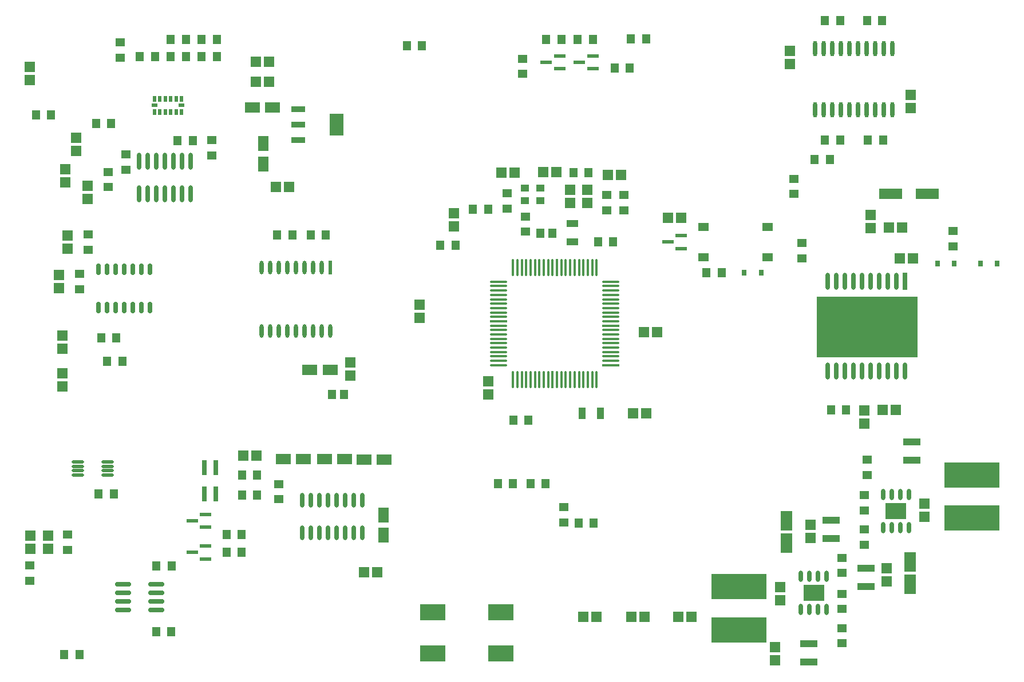
<source format=gtp>
G04 Layer_Color=8421504*
%FSLAX25Y25*%
%MOIN*%
G70*
G01*
G75*
%ADD10R,0.59055X0.35433*%
%ADD11O,0.02500X0.10000*%
%ADD12R,0.02500X0.10000*%
%ADD13O,0.01600X0.10000*%
%ADD14R,0.01600X0.10000*%
%ADD15O,0.10000X0.01600*%
%ADD16R,0.10000X0.01600*%
%ADD17R,0.02362X0.07874*%
%ADD18O,0.02362X0.07874*%
%ADD19O,0.09449X0.02756*%
%ADD20R,0.06299X0.05906*%
%ADD21R,0.04921X0.05709*%
%ADD22R,0.05709X0.04921*%
%ADD23R,0.08268X0.03543*%
%ADD24R,0.08268X0.12598*%
%ADD25O,0.02756X0.09843*%
%ADD26R,0.02362X0.03543*%
%ADD27R,0.03543X0.02362*%
%ADD28R,0.06693X0.02362*%
%ADD29R,0.12205X0.09488*%
%ADD30O,0.02362X0.06693*%
%ADD31O,0.02362X0.09055*%
%ADD32R,0.06102X0.05118*%
%ADD33O,0.02362X0.08661*%
%ADD34O,0.07284X0.01772*%
%ADD35R,0.32283X0.14567*%
%ADD36R,0.06693X0.11417*%
%ADD37R,0.02500X0.03300*%
%ADD38R,0.05906X0.06299*%
%ADD39R,0.10236X0.04331*%
%ADD40R,0.06299X0.08661*%
%ADD41R,0.08661X0.06299*%
%ADD42R,0.13780X0.06299*%
%ADD43R,0.04528X0.05709*%
%ADD44R,0.06693X0.04331*%
%ADD45R,0.04331X0.06693*%
%ADD46O,0.02756X0.06890*%
%ADD47R,0.05118X0.04331*%
%ADD48R,0.03150X0.08661*%
%ADD49R,0.14961X0.09449*%
D10*
X503500Y207000D02*
D03*
D11*
X525500Y181415D02*
D03*
X520500D02*
D03*
X515500D02*
D03*
X510500D02*
D03*
X505500D02*
D03*
X500500D02*
D03*
X495500D02*
D03*
X490500D02*
D03*
X485500D02*
D03*
X480500D02*
D03*
Y233500D02*
D03*
X485500D02*
D03*
X490500D02*
D03*
X495500D02*
D03*
X500500D02*
D03*
X505500D02*
D03*
X510500D02*
D03*
X515500D02*
D03*
X520500D02*
D03*
D12*
X525500D02*
D03*
D13*
X346061Y176438D02*
D03*
X343501D02*
D03*
X340941D02*
D03*
X338381D02*
D03*
X335821D02*
D03*
X333261D02*
D03*
X330701D02*
D03*
X328141D02*
D03*
X325581D02*
D03*
X323021D02*
D03*
X317901D02*
D03*
X315341D02*
D03*
X312781D02*
D03*
X310221D02*
D03*
X307661D02*
D03*
X305101D02*
D03*
X302541D02*
D03*
X299981D02*
D03*
X297421D02*
D03*
Y241678D02*
D03*
X299981D02*
D03*
X302541D02*
D03*
X305101D02*
D03*
X307661D02*
D03*
X310221D02*
D03*
X312781D02*
D03*
X315341D02*
D03*
X317901D02*
D03*
X320461D02*
D03*
X325581D02*
D03*
X328141D02*
D03*
X330701D02*
D03*
X333261D02*
D03*
X335821D02*
D03*
X338381D02*
D03*
X340941D02*
D03*
X343501D02*
D03*
X346061D02*
D03*
D14*
X320461Y176438D02*
D03*
X323021Y241678D02*
D03*
D15*
X289121Y184738D02*
D03*
Y187298D02*
D03*
Y189858D02*
D03*
Y192418D02*
D03*
Y194978D02*
D03*
Y197538D02*
D03*
Y200098D02*
D03*
Y202658D02*
D03*
Y205218D02*
D03*
Y207778D02*
D03*
Y212898D02*
D03*
Y215458D02*
D03*
Y218018D02*
D03*
Y220578D02*
D03*
Y223138D02*
D03*
Y225698D02*
D03*
Y228258D02*
D03*
Y230818D02*
D03*
Y233378D02*
D03*
X354361D02*
D03*
Y230818D02*
D03*
Y228258D02*
D03*
Y225698D02*
D03*
Y223138D02*
D03*
Y220578D02*
D03*
Y218018D02*
D03*
Y215458D02*
D03*
Y212898D02*
D03*
Y210338D02*
D03*
Y205218D02*
D03*
Y202658D02*
D03*
Y200098D02*
D03*
Y197538D02*
D03*
Y194978D02*
D03*
Y192418D02*
D03*
Y189858D02*
D03*
Y187298D02*
D03*
D16*
X289121Y210338D02*
D03*
X354361Y207778D02*
D03*
Y184738D02*
D03*
D17*
X191000Y241508D02*
D03*
D18*
X186000D02*
D03*
X181000D02*
D03*
X176000D02*
D03*
X171000D02*
D03*
X166000D02*
D03*
X161000D02*
D03*
X156000D02*
D03*
X151000D02*
D03*
X191000Y204500D02*
D03*
X186000D02*
D03*
X181000D02*
D03*
X176000D02*
D03*
X171000D02*
D03*
X166000D02*
D03*
X161000D02*
D03*
X156000D02*
D03*
X151000D02*
D03*
D19*
X70256Y57000D02*
D03*
Y52000D02*
D03*
Y47000D02*
D03*
Y42000D02*
D03*
X89744Y57000D02*
D03*
Y52000D02*
D03*
Y47000D02*
D03*
Y42000D02*
D03*
D20*
X16000Y358484D02*
D03*
Y350807D02*
D03*
X202500Y186339D02*
D03*
Y178661D02*
D03*
X453000Y55339D02*
D03*
Y47661D02*
D03*
X537000Y96260D02*
D03*
Y103937D02*
D03*
X470500Y84091D02*
D03*
Y91768D02*
D03*
X515000Y66339D02*
D03*
Y58661D02*
D03*
X502000Y150661D02*
D03*
Y158339D02*
D03*
X529000Y334661D02*
D03*
Y342339D02*
D03*
X458677Y360236D02*
D03*
Y367913D02*
D03*
X283000Y167661D02*
D03*
Y175339D02*
D03*
X263000Y265661D02*
D03*
Y273339D02*
D03*
X450000Y12661D02*
D03*
Y20339D02*
D03*
X330500Y279161D02*
D03*
Y286839D02*
D03*
X340500Y279161D02*
D03*
Y286839D02*
D03*
X16244Y85339D02*
D03*
Y77661D02*
D03*
X26744Y85339D02*
D03*
Y77661D02*
D03*
X49500Y289339D02*
D03*
Y281661D02*
D03*
X36500Y298839D02*
D03*
Y291161D02*
D03*
X43000Y309661D02*
D03*
Y317339D02*
D03*
X243000Y212161D02*
D03*
Y219839D02*
D03*
X38000Y260339D02*
D03*
Y252661D02*
D03*
X35000Y201839D02*
D03*
Y194161D02*
D03*
X33000Y237339D02*
D03*
Y229661D02*
D03*
X35000Y179839D02*
D03*
Y172161D02*
D03*
X505500Y264661D02*
D03*
Y272339D02*
D03*
D21*
X473071Y304552D02*
D03*
X481929D02*
D03*
X365429Y358000D02*
D03*
X356571D02*
D03*
X325492Y374740D02*
D03*
X316634D02*
D03*
X335134D02*
D03*
X343992D02*
D03*
X491429Y158500D02*
D03*
X482571D02*
D03*
X487929Y385500D02*
D03*
X479071D02*
D03*
X504071Y316000D02*
D03*
X512929D02*
D03*
X503571Y385500D02*
D03*
X512429D02*
D03*
X487929Y316000D02*
D03*
X479071D02*
D03*
X366071Y375000D02*
D03*
X374929D02*
D03*
X139571Y120500D02*
D03*
X148429D02*
D03*
X130571Y75500D02*
D03*
X139429D02*
D03*
X139429Y86000D02*
D03*
X130571D02*
D03*
X148429Y109000D02*
D03*
X139571D02*
D03*
X263929Y254500D02*
D03*
X255071D02*
D03*
X410071Y238500D02*
D03*
X418929D02*
D03*
X282929Y275500D02*
D03*
X274071D02*
D03*
X297429Y115500D02*
D03*
X288571D02*
D03*
X316429D02*
D03*
X307571D02*
D03*
X344429Y92500D02*
D03*
X335571D02*
D03*
X346932Y256738D02*
D03*
X355790D02*
D03*
X306429Y152500D02*
D03*
X297571D02*
D03*
X341429Y297000D02*
D03*
X332571D02*
D03*
X64929Y109500D02*
D03*
X56071D02*
D03*
X36071Y16000D02*
D03*
X44929D02*
D03*
X98429Y29250D02*
D03*
X89571D02*
D03*
X89815Y67500D02*
D03*
X98673D02*
D03*
X106929Y364646D02*
D03*
X98071D02*
D03*
X63429Y325500D02*
D03*
X54571D02*
D03*
X102071Y315500D02*
D03*
X110929D02*
D03*
X19571Y330500D02*
D03*
X28429D02*
D03*
X124929Y364646D02*
D03*
X116071D02*
D03*
X124929Y374646D02*
D03*
X116071D02*
D03*
X88929Y364500D02*
D03*
X80071D02*
D03*
X98071Y374646D02*
D03*
X106929D02*
D03*
X66429Y200500D02*
D03*
X57571D02*
D03*
X244429Y371000D02*
D03*
X235571D02*
D03*
X61071Y187000D02*
D03*
X69929D02*
D03*
X160071Y260508D02*
D03*
X168929D02*
D03*
X188429D02*
D03*
X179571D02*
D03*
D22*
X50000Y252071D02*
D03*
Y260929D02*
D03*
X303000Y354571D02*
D03*
Y363429D02*
D03*
X489000Y63500D02*
D03*
Y72358D02*
D03*
X502000Y88929D02*
D03*
Y80071D02*
D03*
X489000Y31358D02*
D03*
Y22500D02*
D03*
X503500Y120669D02*
D03*
Y129528D02*
D03*
X489000Y42500D02*
D03*
Y51358D02*
D03*
X502000Y108929D02*
D03*
Y100071D02*
D03*
X161000Y115429D02*
D03*
Y106571D02*
D03*
X461000Y284571D02*
D03*
Y293429D02*
D03*
X294000Y276071D02*
D03*
Y284929D02*
D03*
X327000Y101929D02*
D03*
Y93071D02*
D03*
X304500Y271429D02*
D03*
Y262571D02*
D03*
X16000Y67929D02*
D03*
Y59071D02*
D03*
X38000Y77071D02*
D03*
Y85929D02*
D03*
X122000Y315929D02*
D03*
Y307071D02*
D03*
X72000Y307575D02*
D03*
Y298716D02*
D03*
X61500Y288571D02*
D03*
Y297429D02*
D03*
X68500Y372929D02*
D03*
Y364071D02*
D03*
X362000Y283929D02*
D03*
Y275071D02*
D03*
X352000Y283929D02*
D03*
Y275071D02*
D03*
X45000Y229071D02*
D03*
Y237929D02*
D03*
X553500Y254071D02*
D03*
Y262929D02*
D03*
X465500Y255929D02*
D03*
Y247071D02*
D03*
D23*
X172153Y334055D02*
D03*
Y325000D02*
D03*
Y315945D02*
D03*
D24*
X194595Y325000D02*
D03*
D25*
X79500Y284500D02*
D03*
X84500D02*
D03*
X89500D02*
D03*
X94500D02*
D03*
X99500D02*
D03*
X104500D02*
D03*
X109500D02*
D03*
X79500Y303791D02*
D03*
X84500D02*
D03*
X89500D02*
D03*
X94500D02*
D03*
X99500D02*
D03*
X104500D02*
D03*
X109500D02*
D03*
D26*
X104374Y339886D02*
D03*
X101224D02*
D03*
X98075D02*
D03*
X94925D02*
D03*
X91776D02*
D03*
X88626D02*
D03*
Y332405D02*
D03*
X91776D02*
D03*
X94925D02*
D03*
X98075D02*
D03*
X101224D02*
D03*
X104374D02*
D03*
D27*
X88626Y336146D02*
D03*
X104374D02*
D03*
D28*
X118437Y71760D02*
D03*
Y79240D02*
D03*
X110563Y75500D02*
D03*
X118437Y90260D02*
D03*
Y97740D02*
D03*
X110563Y94000D02*
D03*
X324500Y357500D02*
D03*
Y364980D02*
D03*
X316626Y361240D02*
D03*
X344000Y357500D02*
D03*
Y364980D02*
D03*
X336126Y361240D02*
D03*
X395437Y252760D02*
D03*
Y260240D02*
D03*
X387563Y256500D02*
D03*
D29*
X472500Y51929D02*
D03*
X520405Y99598D02*
D03*
D30*
X480000Y61575D02*
D03*
X475000D02*
D03*
X470000D02*
D03*
X465000D02*
D03*
X480000Y42283D02*
D03*
X475000D02*
D03*
X470000D02*
D03*
X465000D02*
D03*
X512906Y89953D02*
D03*
X517906D02*
D03*
X522905D02*
D03*
X527906D02*
D03*
X512906Y109244D02*
D03*
X517906D02*
D03*
X522905D02*
D03*
X527906D02*
D03*
D31*
X518177Y369413D02*
D03*
X513177D02*
D03*
X508177D02*
D03*
X503177D02*
D03*
X498177D02*
D03*
X493177D02*
D03*
X488177D02*
D03*
X483177D02*
D03*
X478177D02*
D03*
X473177D02*
D03*
X518177Y333587D02*
D03*
X513177D02*
D03*
X508177D02*
D03*
X503177D02*
D03*
X498177D02*
D03*
X493177D02*
D03*
X488177D02*
D03*
X483177D02*
D03*
X478177D02*
D03*
X473177D02*
D03*
D32*
X408299Y265358D02*
D03*
X445701D02*
D03*
X408299Y247642D02*
D03*
X445701D02*
D03*
D33*
X209500Y105949D02*
D03*
X204500D02*
D03*
X199500D02*
D03*
X194500D02*
D03*
X189500D02*
D03*
X184500D02*
D03*
X179500D02*
D03*
X174500D02*
D03*
X209500Y87051D02*
D03*
X204500D02*
D03*
X199500D02*
D03*
X194500D02*
D03*
X189500D02*
D03*
X184500D02*
D03*
X179500D02*
D03*
X174500D02*
D03*
D34*
X43839Y128339D02*
D03*
Y125779D02*
D03*
Y123221D02*
D03*
Y120661D02*
D03*
X61161Y128339D02*
D03*
Y125779D02*
D03*
Y123221D02*
D03*
Y120661D02*
D03*
D35*
X429000Y55528D02*
D03*
Y30331D02*
D03*
X564500Y95500D02*
D03*
Y120697D02*
D03*
D36*
X456500Y94024D02*
D03*
Y80835D02*
D03*
X528500Y56906D02*
D03*
Y70095D02*
D03*
D37*
X579475Y244000D02*
D03*
X569525D02*
D03*
X441975Y238500D02*
D03*
X432025D02*
D03*
X554475Y244000D02*
D03*
X544525D02*
D03*
D38*
X147661Y361500D02*
D03*
X155339D02*
D03*
X147661Y350000D02*
D03*
X155339D02*
D03*
X520339Y158500D02*
D03*
X512661D02*
D03*
X530339Y247000D02*
D03*
X522661D02*
D03*
X147839Y132000D02*
D03*
X140161D02*
D03*
X298339Y297000D02*
D03*
X290661D02*
D03*
X159161Y288500D02*
D03*
X166839D02*
D03*
X218339Y64000D02*
D03*
X210661D02*
D03*
X374839Y156500D02*
D03*
X367161D02*
D03*
X395339Y270500D02*
D03*
X387661D02*
D03*
X315022Y297238D02*
D03*
X322700D02*
D03*
X373661Y204000D02*
D03*
X381339D02*
D03*
X360339Y295500D02*
D03*
X352661D02*
D03*
X523839Y265000D02*
D03*
X516161D02*
D03*
X338161Y38000D02*
D03*
X345839D02*
D03*
X393661D02*
D03*
X401339D02*
D03*
X366161D02*
D03*
X373839D02*
D03*
D39*
X469500Y22244D02*
D03*
Y11614D02*
D03*
X529500Y129283D02*
D03*
Y139913D02*
D03*
X482500Y94244D02*
D03*
Y83614D02*
D03*
X503000Y55783D02*
D03*
Y66413D02*
D03*
D40*
X152000Y313906D02*
D03*
Y302095D02*
D03*
X222000Y97405D02*
D03*
Y85594D02*
D03*
D41*
X145595Y335000D02*
D03*
X157405D02*
D03*
X163594Y130000D02*
D03*
X175406D02*
D03*
X199406D02*
D03*
X187594D02*
D03*
X222406Y129500D02*
D03*
X210595D02*
D03*
X190905Y182000D02*
D03*
X179095D02*
D03*
D42*
X538630Y284500D02*
D03*
X517370D02*
D03*
D43*
X199043Y167500D02*
D03*
X191957D02*
D03*
X320404Y261738D02*
D03*
X313318D02*
D03*
D44*
X332000Y267315D02*
D03*
Y256685D02*
D03*
D45*
X337685Y156500D02*
D03*
X348315D02*
D03*
D46*
X56000Y218280D02*
D03*
X61000D02*
D03*
X66000D02*
D03*
X71000D02*
D03*
X76000D02*
D03*
X81000D02*
D03*
X86000D02*
D03*
X56000Y240721D02*
D03*
X61000D02*
D03*
X66000D02*
D03*
X71000D02*
D03*
X76000D02*
D03*
X81000D02*
D03*
X86000D02*
D03*
D47*
X304361Y280738D02*
D03*
X313416D02*
D03*
Y287824D02*
D03*
X304361D02*
D03*
D48*
X124193Y109500D02*
D03*
X117500D02*
D03*
X124193Y125000D02*
D03*
X117500D02*
D03*
D49*
X290185Y40516D02*
D03*
X250815D02*
D03*
X290185Y16500D02*
D03*
X250815D02*
D03*
M02*

</source>
